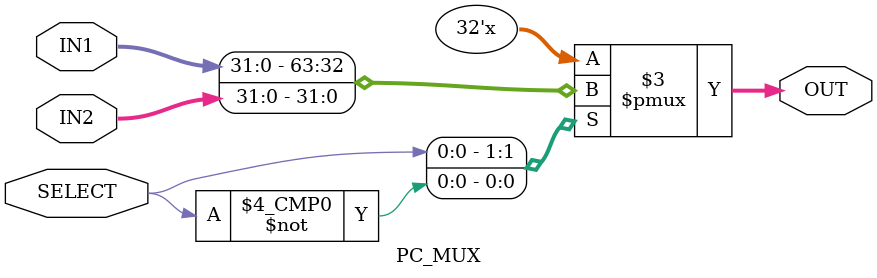
<source format=v>
/* Lab 5 : Part 4 Flow Control Instructions
   Group 27
*/

`include "alu.v"
`include "reg_file.v"

/////////////////////////////////////////////////// CPU_tb/////////////////////////////////////////////////////////////////

module cpu_tb;

    reg CLK, RESET;
    wire [31:0] PC;
    reg [31:0] INSTRUCTION;
    integer i;
    
    /* 
    ------------------------
     SIMPLE INSTRUCTION MEM
    ------------------------
    */
    
    // TODO: Initialize an array of registers (8x1024) named 'instr_mem' to be used as instruction memory
    reg [7:0] instr_mem[0:1023];
    
    // TODO: Create combinational logic to support CPU instruction fetching, given the Program Counter(PC) value 
    //       (make sure you include the delay for instruction fetching here)
    always @(PC) begin
        #2
        INSTRUCTION = {instr_mem[PC+3], instr_mem[PC+2], instr_mem[PC+1], instr_mem[PC]};
    end
    
    initial
    begin
        // Initialize instruction memory with the set of instructions you need execute on CPU
        
        // METHOD 1: manually loading instructions to instr_mem
        //{instr_mem[10'd3], instr_mem[10'd2], instr_mem[10'd1], instr_mem[10'd0]} = 32'b00000000000001000000000000000101;
        //{instr_mem[10'd7], instr_mem[10'd6], instr_mem[10'd5], instr_mem[10'd4]} = 32'b00000000000000100000000000001001;
        //{instr_mem[10'd11], instr_mem[10'd10], instr_mem[10'd9], instr_mem[10'd8]} = 32'b00000010000001100000010000000010;
        
        // METHOD 2: loading instr_mem content from instr_mem.mem file
       $readmemb("instr_mem.mem", instr_mem);
    end
    
    /* 
    -----
     CPU
    -----
    */
    cpu mycpu(PC, INSTRUCTION, CLK, RESET);

    initial
    begin
    
        // generate files needed to plot the waveform using GTKWave
        $dumpfile("cpu_wavedata.vcd");
		$dumpvars(0, cpu_tb);

        for(i=0;i<8;i=i+1)
        begin
            $dumpvars(1,cpu_tb.mycpu.r1.Register[i]);
        end 
        
        CLK = 1'b0;
        RESET = 1'b0;
        
        // TODO: Reset the CPU (by giving a pulse to RESET signal) to start the program execution
        #2
        RESET = 1'b1;

        #4
        RESET= 1'b0;
        
        // finish simulation after some time
        #200
        $finish;
        
    end
    
    // clock signal generation
    always
        #4 CLK = ~CLK;
        
endmodule

//////////////////////////////////////////////////   CPU     ////////////////////////////////////////////////////////////////
module cpu(PC, INSTRUCTION, CLK, RESET);
    output reg [31:0] PC;
    input [31:0] INSTRUCTION;
    input CLK, RESET;

    wire [7:0] OUT1, OUT2, OUT3, OUT4, NEGATIVE,RESULT;
    reg [2:0] WRITE_ADRS,READ_ADRS1, READ_ADRS2, SEL;
    reg [7:0] BRANCH;
    reg WRITE , isNEGATIVE, isIMMEDIATE, isBRANCH, isJUMP;

    wire [31:0] NEXT_INS,EXTENDED, SHIFTED, BRANCHto, PCbranch, PCNEXT;
    wire ZERO,AND_OUT;


    //instantiate all sub modules
    alu a1(OUT1, OUT4, RESULT, SEL, ZERO);
    register_file r1(RESULT, OUT1, OUT2, WRITE_ADRS,READ_ADRS1, READ_ADRS2, WRITE, CLK, RESET);
    PC_adder add(PC, NEXT_INS); 
    twosCompliment t1(OUT2, NEGATIVE); // get 2's compliment
    MUX isNeg(NEGATIVE, OUT2, OUT3, isNEGATIVE); //select negative value for sub instruction and positive value for add instruction
    MUX isIMM(INSTRUCTION[7:0], OUT3, OUT4, isIMMEDIATE); //select immediate value or register value 

    AND2 and_gate(ZERO, isBRANCH, AND_OUT); //get the AND value of Zero and isBranch to do beq instruction
    PC_MUX m1(BRANCHto, NEXT_INS, PCbranch, AND_OUT); // select next pc value according to AND output
    Sign_extend s1(INSTRUCTION[23:16], EXTENDED); // sign extend given value to 32 bit before find the offset
    shift shift_2(EXTENDED, SHIFTED); // multiply the sign extended value by 4.(shift 2)
    Branch_ADD brAdd(NEXT_INS, SHIFTED, BRANCHto); // calculate the new PC value using shifted value
    PC_MUX m2(BRANCHto, PCbranch, PCNEXT, isJUMP); // select jump or branch to decide next PC value

    always @(posedge CLK) begin
        if (RESET == 1'b1) 
		begin
			#1
			PC = 0;		 //When  the reset is 1 PC should be 0
		end
        else #1 PC = PCNEXT;         //PC update (delay 1 unit)
            
    end

    always @(INSTRUCTION) begin

        //assign instuction to reg_file inputs
        WRITE_ADRS = INSTRUCTION[18:16];
        READ_ADRS1 = INSTRUCTION[10:8];
        READ_ADRS2 = INSTRUCTION[2:0];

        //Control Unit
        //check opcode and decode
        #1
        case(INSTRUCTION[31:24]) 
            8'd0 : //loadi instruction
                begin
                    WRITE = 1;          //enable write 
                    isNEGATIVE = 1'b0;  //no need for subtraction
                    isIMMEDIATE = 1'b1; //loadi instruction contain immediate value
                    SEL = 3'b000;       //select alu FORWARD operation
                    isJUMP = 1'b0;      //no instruction jumps
                    isBRANCH = 1'b0;    //no branchings

                end
            8'd1 : //mov instruction
                begin
                    WRITE = 1;          //enable write
                    isNEGATIVE = 1'b0;  //no need for subtraction
                    isIMMEDIATE = 1'b0; //no immediate value
                    SEL = 3'b000;       //select alu FORWARD operation
                    isJUMP = 1'b0;
                    isBRANCH = 1'b0;

                end
            8'd2 : //add instruction 
                begin
                    WRITE = 1;          //enable write
                    isNEGATIVE = 1'b0;  //no need for subtraction
                    isIMMEDIATE = 1'b0; //no immediate value
                    SEL = 3'b001;       //select alu ADD operation
                    isJUMP = 1'b0;
                    isBRANCH = 1'b0;
                    
                end
            8'd3 : //sub instruction
                begin
                    WRITE = 1;          //enable write
                    isNEGATIVE = 1'b1;  //need to substract value so isNegative is high
                    isIMMEDIATE = 1'b0; //no immediate value
                    SEL = 3'b001;       //select alu ADD operation
                    isJUMP = 1'b0;
                    isBRANCH = 1'b0;
                    
                end
            8'd4 : //and instruction 
                begin
                    WRITE = 1;           //enable write
                    isNEGATIVE = 1'b0;   //no need for subtraction
                    isIMMEDIATE = 1'b0;  //no immediate value
                    SEL = 3'b010;        //select alu AND operation
                    isJUMP = 1'b0;
                    isBRANCH = 1'b0;
                    
                end
            8'd5 : //or instruction
                begin
                    WRITE = 1;           //enable write
                    isNEGATIVE = 1'b0;   //no need for subtraction
                    isIMMEDIATE = 1'b0;  //no immediate value
                    SEL = 3'b011;        //select alu OR operation 
                    isJUMP = 1'b0;
                    isBRANCH = 1'b0;
                    
                end
            8'd6 : //jump instruction
                begin
                    WRITE = 0;          // not writing to the register
                    isNEGATIVE = 1'b0;  //no need for subtraction
                    isIMMEDIATE = 1'b0; // no immidiate value
                    SEL = 3'b000;       //no need alu operation
                    isJUMP = 1'b1;      // jump signal is high
                    isBRANCH = 1'b0;    // no branchings
                    
                end
            8'd7 : //branch instruction
                begin
                    WRITE = 0;          // not writing to the register 
                    isNEGATIVE = 1'b1;  // get negative value for subtraction
                    isIMMEDIATE = 1'b0; // dont need immidiate values
                    isJUMP = 1'b0;      // jump is low
                    isBRANCH = 1'b1;    // branch signal is high
                    SEL = 3'b001;       //select alu ADD operation
                    
                end
            
            
        endcase
    
    end

    

endmodule

/////////////////////////////////////////

 //module for 2's compliment
module twosCompliment(DATAIN, OUT);
   //declare input and output
   input [7:0] DATAIN;
   output [7:0] OUT;
   assign #1 OUT = ~DATAIN + 1;  //get 2's compliment by negating and adding 1
endmodule

//module for the selector MUX
module MUX(IN1, IN2, OUT, SELECT);
    input [7:0] IN1, IN2;
    input SELECT;
    output reg [7:0] OUT;

    always@(*) begin
        case(SELECT)
            1'b1: OUT <= IN1;
            1'b0: OUT <= IN2;
            default: OUT <= 8'd0;
        endcase
    end
endmodule

// dedicated adder for PC 
module PC_adder(IN, NEXT_INS);
    input [31:0] IN; // input address (current instruction)
    output [31:0] NEXT_INS; // output address (NEXT_INS instruction)

    assign #1 NEXT_INS = IN + 32'd4; // increment the PC value by 4 (delay 1 time unit)
  
endmodule

// AND gate
module AND2(INPUT1,INPUT2,OUTPUT);
    input INPUT1,INPUT2;
    output OUTPUT;

    and(OUTPUT,INPUT1,INPUT2); 
endmodule

///////////////////////////////////////
//module for Add offset value to PC value for branching
module Branch_ADD(pcNext, offset, out);
    input [31:0] pcNext, offset;
    output [31:0] out;

    assign #2 out = pcNext + offset;

endmodule

//module for sign extend
module Sign_extend(IN, OUT);
    input [7:0] IN; //8 bit input
    output [31:0] OUT; //32 bit output

    assign OUT[7:0] = IN[7:0];
    assign OUT[31:8] = {24{IN[7]}};
    initial begin
    end
endmodule

//module for shift 2 times
module shift(IN, OUT);
    input signed[31:0] IN;
    output signed[31:0] OUT;

    assign OUT = IN << 2; // multiply by 4

endmodule

//mux module for select right pc value
module PC_MUX(IN1, IN2, OUT, SELECT);
    input [31:0] IN1, IN2;
    input SELECT;
    output reg [31:0] OUT;

    always@(*) begin
        case(SELECT)
            1'b1: OUT <= IN1;
            1'b0: OUT <= IN2;
        endcase
    end
endmodule


</source>
